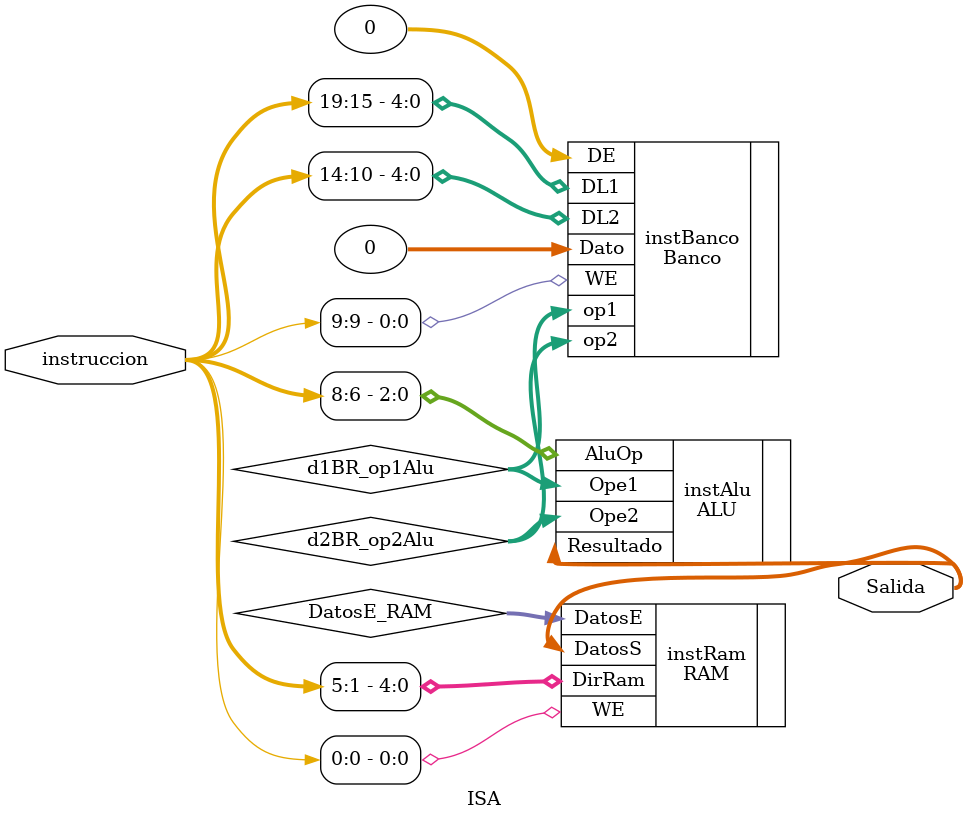
<source format=v>
`timescale 1ns/1ns

module ISA(
	input [19:0]instruccion,
	output [31:0]Salida
);

wire [31:0] d1BR_op1Alu;
wire [31:0] d2BR_op2Alu;
wire [31:0] DatosE_RAM;
wire [31:0] DatosS_RAM;

Banco instBanco (
	.DL1(instruccion[19:15]), 
	.DL2(instruccion[14:10]),
	.DE(0),
	.Dato(0),
	.WE(instruccion[9]),
	.op1(d1BR_op1Alu),
	.op2(d2BR_op2Alu)
);

ALU instAlu(
	.Ope1(d1BR_op1Alu),
	.Ope2(d2BR_op2Alu),
	.AluOp(instruccion[8:6]),
	.Resultado(Salida)
);

RAM instRam (
	.DirRam(instruccion[5:1]),
    .DatosE(DatosE_RAM),
    .WE(instruccion[0]),
    .DatosS(Salida)
);


endmodule


</source>
